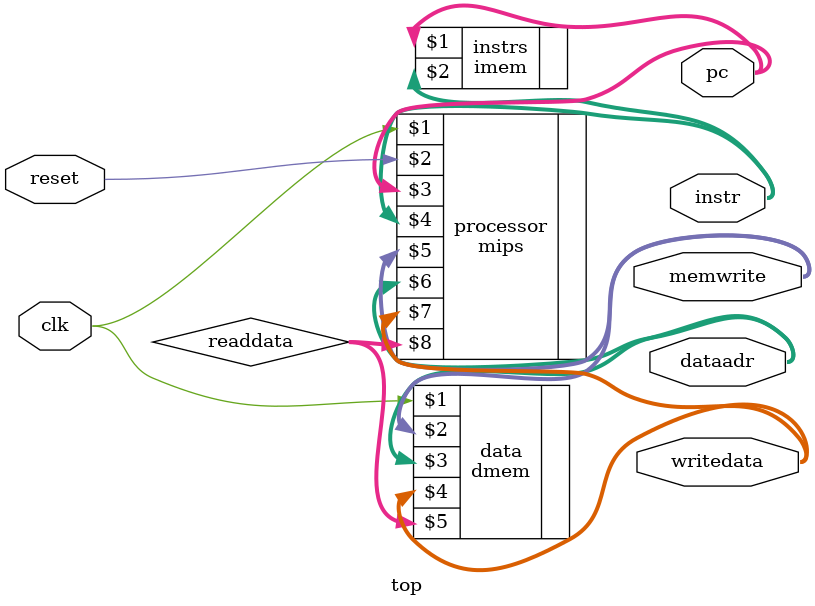
<source format=sv>
module top(input logic clk, reset,
           output logic[31:0] dataadr, writedata, instr, pc,
           output logic[1:0] memwrite);
  
  logic[31:0] readdata;
  mips processor(clk, reset, pc, instr, memwrite, dataadr, writedata, readdata);
  dmem data(clk, memwrite, dataadr, writedata, readdata);
  imem instrs(pc, instr);
  
endmodule

</source>
